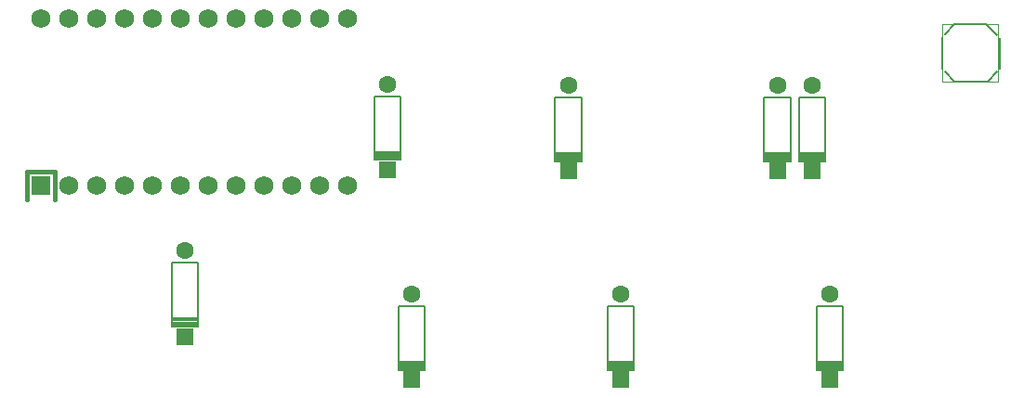
<source format=gbr>
%TF.GenerationSoftware,KiCad,Pcbnew,(5.99.0-2318-gf1aa7e523)*%
%TF.CreationDate,2020-10-19T15:18:08-05:00*%
%TF.ProjectId,micropa8,6d696372-6f70-4613-982e-6b696361645f,rev?*%
%TF.SameCoordinates,Original*%
%TF.FileFunction,Legend,Bot*%
%TF.FilePolarity,Positive*%
%FSLAX46Y46*%
G04 Gerber Fmt 4.6, Leading zero omitted, Abs format (unit mm)*
G04 Created by KiCad (PCBNEW (5.99.0-2318-gf1aa7e523)) date 2020-10-19 15:18:08*
%MOMM*%
%LPD*%
G01*
G04 APERTURE LIST*
%ADD10C,0.381000*%
%ADD11C,0.200000*%
%ADD12C,0.127000*%
%ADD13C,0.066040*%
%ADD14C,1.752600*%
%ADD15R,1.752600X1.752600*%
%ADD16C,1.600000*%
%ADD17R,1.600000X1.600000*%
G04 APERTURE END LIST*
D10*
%TO.C,U1*%
X27622500Y-39687500D02*
X27622500Y-42227500D01*
X27622500Y-39687500D02*
X30162500Y-39687500D01*
X30162500Y-39687500D02*
X30162500Y-42227500D01*
D11*
%TO.C,D8*%
X40856250Y-48012500D02*
X40856250Y-53812500D01*
X43256250Y-48012500D02*
X40856250Y-48012500D01*
X43256250Y-53812500D02*
X43256250Y-48012500D01*
X43256250Y-53737500D02*
X40856250Y-53737500D01*
X43256250Y-53612500D02*
X40856250Y-53612500D01*
X40856250Y-53837500D02*
X43256250Y-53837500D01*
X43256250Y-53437500D02*
X40856250Y-53437500D01*
X43256250Y-53262500D02*
X40856250Y-53262500D01*
X43256250Y-53087500D02*
X40856250Y-53087500D01*
%TO.C,D7*%
X99606250Y-51968750D02*
X99606250Y-57768750D01*
X102006250Y-51968750D02*
X99606250Y-51968750D01*
X102006250Y-57768750D02*
X102006250Y-51968750D01*
X102006250Y-57693750D02*
X99606250Y-57693750D01*
X102006250Y-57568750D02*
X99606250Y-57568750D01*
X99606250Y-57793750D02*
X102006250Y-57793750D01*
X102006250Y-57393750D02*
X99606250Y-57393750D01*
X102006250Y-57218750D02*
X99606250Y-57218750D01*
X102006250Y-57043750D02*
X99606250Y-57043750D01*
%TO.C,D6*%
X80556250Y-51968750D02*
X80556250Y-57768750D01*
X82956250Y-51968750D02*
X80556250Y-51968750D01*
X82956250Y-57768750D02*
X82956250Y-51968750D01*
X82956250Y-57693750D02*
X80556250Y-57693750D01*
X82956250Y-57568750D02*
X80556250Y-57568750D01*
X80556250Y-57793750D02*
X82956250Y-57793750D01*
X82956250Y-57393750D02*
X80556250Y-57393750D01*
X82956250Y-57218750D02*
X80556250Y-57218750D01*
X82956250Y-57043750D02*
X80556250Y-57043750D01*
%TO.C,D5*%
X61506250Y-51968750D02*
X61506250Y-57768750D01*
X63906250Y-51968750D02*
X61506250Y-51968750D01*
X63906250Y-57768750D02*
X63906250Y-51968750D01*
X63906250Y-57693750D02*
X61506250Y-57693750D01*
X63906250Y-57568750D02*
X61506250Y-57568750D01*
X61506250Y-57793750D02*
X63906250Y-57793750D01*
X63906250Y-57393750D02*
X61506250Y-57393750D01*
X63906250Y-57218750D02*
X61506250Y-57218750D01*
X63906250Y-57043750D02*
X61506250Y-57043750D01*
%TO.C,D4*%
X98018750Y-32918750D02*
X98018750Y-38718750D01*
X100418750Y-32918750D02*
X98018750Y-32918750D01*
X100418750Y-38718750D02*
X100418750Y-32918750D01*
X100418750Y-38643750D02*
X98018750Y-38643750D01*
X100418750Y-38518750D02*
X98018750Y-38518750D01*
X98018750Y-38743750D02*
X100418750Y-38743750D01*
X100418750Y-38343750D02*
X98018750Y-38343750D01*
X100418750Y-38168750D02*
X98018750Y-38168750D01*
X100418750Y-37993750D02*
X98018750Y-37993750D01*
%TO.C,D3*%
X94843750Y-32918750D02*
X94843750Y-38718750D01*
X97243750Y-32918750D02*
X94843750Y-32918750D01*
X97243750Y-38718750D02*
X97243750Y-32918750D01*
X97243750Y-38643750D02*
X94843750Y-38643750D01*
X97243750Y-38518750D02*
X94843750Y-38518750D01*
X94843750Y-38743750D02*
X97243750Y-38743750D01*
X97243750Y-38343750D02*
X94843750Y-38343750D01*
X97243750Y-38168750D02*
X94843750Y-38168750D01*
X97243750Y-37993750D02*
X94843750Y-37993750D01*
%TO.C,D2*%
X75793750Y-32918750D02*
X75793750Y-38718750D01*
X78193750Y-32918750D02*
X75793750Y-32918750D01*
X78193750Y-38718750D02*
X78193750Y-32918750D01*
X78193750Y-38643750D02*
X75793750Y-38643750D01*
X78193750Y-38518750D02*
X75793750Y-38518750D01*
X75793750Y-38743750D02*
X78193750Y-38743750D01*
X78193750Y-38343750D02*
X75793750Y-38343750D01*
X78193750Y-38168750D02*
X75793750Y-38168750D01*
X78193750Y-37993750D02*
X75793750Y-37993750D01*
%TO.C,D1*%
X59320000Y-32785000D02*
X59320000Y-38585000D01*
X61720000Y-32785000D02*
X59320000Y-32785000D01*
X61720000Y-38585000D02*
X61720000Y-32785000D01*
X61720000Y-38510000D02*
X59320000Y-38510000D01*
X61720000Y-38385000D02*
X59320000Y-38385000D01*
X59320000Y-38610000D02*
X61720000Y-38610000D01*
X61720000Y-38210000D02*
X59320000Y-38210000D01*
X61720000Y-38035000D02*
X59320000Y-38035000D01*
X61720000Y-37860000D02*
X59320000Y-37860000D01*
D12*
%TO.C,SW1*%
X115180110Y-31435040D02*
X116079270Y-30535880D01*
X115139470Y-31435040D02*
X115180110Y-31435040D01*
X112182910Y-31435040D02*
X111283750Y-30535880D01*
X112182910Y-26238200D02*
X111283750Y-27137360D01*
X115081050Y-26238200D02*
X116079270Y-27238960D01*
X115081050Y-26238200D02*
X112182910Y-26238200D01*
X116279930Y-30294580D02*
X116279930Y-27442160D01*
X114781330Y-31435040D02*
X115139470Y-31435040D01*
X112182910Y-31435040D02*
X114781330Y-31435040D01*
X111083090Y-27404060D02*
X111083090Y-30304740D01*
D13*
X116180870Y-31435040D02*
X116180870Y-26238200D01*
X116180870Y-26238200D02*
X111083090Y-26238200D01*
X111083090Y-31435040D02*
X111083090Y-26238200D01*
X116180870Y-31435040D02*
X111083090Y-31435040D01*
%TD*%
D14*
%TO.C,U1*%
X28892500Y-25717500D03*
X56832500Y-40957500D03*
X31432500Y-25717500D03*
X33972500Y-25717500D03*
X36512500Y-25717500D03*
X39052500Y-25717500D03*
X41592500Y-25717500D03*
X44132500Y-25717500D03*
X46672500Y-25717500D03*
X49212500Y-25717500D03*
X51752500Y-25717500D03*
X54292500Y-25717500D03*
X56832500Y-25717500D03*
X54292500Y-40957500D03*
X51752500Y-40957500D03*
X49212500Y-40957500D03*
X46672500Y-40957500D03*
X44132500Y-40957500D03*
X41592500Y-40957500D03*
X39052500Y-40957500D03*
X36512500Y-40957500D03*
X33972500Y-40957500D03*
X31432500Y-40957500D03*
D15*
X28892500Y-40957500D03*
%TD*%
D16*
%TO.C,D8*%
X42056250Y-46912500D03*
D17*
X42056250Y-54712500D03*
%TD*%
D16*
%TO.C,D7*%
X100806250Y-50868750D03*
D17*
X100806250Y-58668750D03*
%TD*%
D16*
%TO.C,D6*%
X81756250Y-50868750D03*
D17*
X81756250Y-58668750D03*
%TD*%
D16*
%TO.C,D5*%
X62706250Y-50868750D03*
D17*
X62706250Y-58668750D03*
%TD*%
D16*
%TO.C,D4*%
X99218750Y-31818750D03*
D17*
X99218750Y-39618750D03*
%TD*%
D16*
%TO.C,D3*%
X96043750Y-31818750D03*
D17*
X96043750Y-39618750D03*
%TD*%
D16*
%TO.C,D2*%
X76993750Y-31818750D03*
D17*
X76993750Y-39618750D03*
%TD*%
D16*
%TO.C,D1*%
X60520000Y-31685000D03*
D17*
X60520000Y-39485000D03*
%TD*%
M02*

</source>
